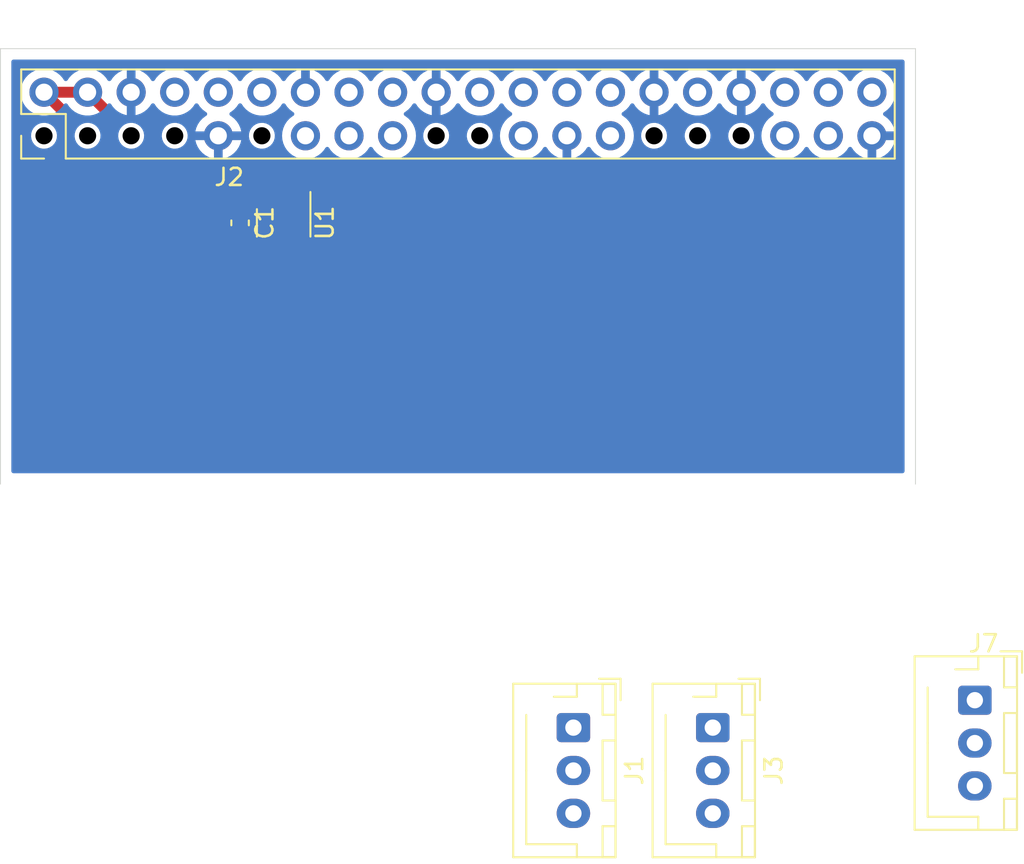
<source format=kicad_pcb>
(kicad_pcb (version 20221018) (generator pcbnew)
  (layers (0 "F.Cu" signal) (31 "B.Cu" signal) (34 "B.Paste" user) (35 "F.Paste" user) (36 "B.SilkS" user "B.Silkscreen") (37 "F.SilkS" user "F.Silkscreen") (38 "B.Mask" user) (39 "F.Mask" user) (44 "Edge.Cuts" user))
  (net 0 "")
  (net 1 "GND")
  (net 2 "+5V")
  (net 3 "/FAN_PWM")
  (net 5 "/LED_OUT")
  (net 22 "Net-(J3-Pin_2)")
  (net 23 "Net-(J7-Pin_2)")
  (footprint "Connector_JST:JST_XH_B3B-XH-AM_1x03_P2.50mm_Vertical" (layer "F.Cu") (at 33.4 14.2 -90)
    (fp_text reference "J1" (at 2.5 -3.55 -90) (layer "F.SilkS"))
    (fp_text value "Conn_01x03")
    (fp_line (start -2.85 -2.75) (end -2.85 -1.5) (stroke (width 0.12)) (layer "F.SilkS"))
    (fp_line (start -2.56 -2.46) (end -2.56 3.51) (stroke (width 0.12)) (layer "F.SilkS"))
    (fp_line (start -2.56 3.51) (end 7.56 3.51) (stroke (width 0.12)) (layer "F.SilkS"))
    (fp_line (start -2.55 -2.45) (end -2.55 -1.7) (stroke (width 0.12)) (layer "F.SilkS"))
    (fp_line (start -2.55 -1.7) (end -0.75 -1.7) (stroke (width 0.12)) (layer "F.SilkS"))
    (fp_line (start -2.55 -0.2) (end -1.8 -0.2) (stroke (width 0.12)) (layer "F.SilkS"))
    (fp_line (start -1.8 -0.2) (end -1.8 1.14) (stroke (width 0.12)) (layer "F.SilkS"))
    (fp_line (start -1.6 -2.75) (end -2.85 -2.75) (stroke (width 0.12)) (layer "F.SilkS"))
    (fp_line (start -0.75 -2.45) (end -2.55 -2.45) (stroke (width 0.12)) (layer "F.SilkS"))
    (fp_line (start -0.75 -1.7) (end -0.75 -2.45) (stroke (width 0.12)) (layer "F.SilkS"))
    (fp_line (start 0.75 -2.45) (end 0.75 -1.7) (stroke (width 0.12)) (layer "F.SilkS"))
    (fp_line (start 0.75 -1.7) (end 4.25 -1.7) (stroke (width 0.12)) (layer "F.SilkS"))
    (fp_line (start 2.5 2.75) (end -0.74 2.75) (stroke (width 0.12)) (layer "F.SilkS"))
    (fp_line (start 4.25 -2.45) (end 0.75 -2.45) (stroke (width 0.12)) (layer "F.SilkS"))
    (fp_line (start 4.25 -1.7) (end 4.25 -2.45) (stroke (width 0.12)) (layer "F.SilkS"))
    (fp_line (start 5.75 -2.45) (end 5.75 -1.7) (stroke (width 0.12)) (layer "F.SilkS"))
    (fp_line (start 5.75 -1.7) (end 7.55 -1.7) (stroke (width 0.12)) (layer "F.SilkS"))
    (fp_line (start 6.8 -0.2) (end 6.8 2.75) (stroke (width 0.12)) (layer "F.SilkS"))
    (fp_line (start 6.8 2.75) (end 2.5 2.75) (stroke (width 0.12)) (layer "F.SilkS"))
    (fp_line (start 7.55 -2.45) (end 5.75 -2.45) (stroke (width 0.12)) (layer "F.SilkS"))
    (fp_line (start 7.55 -1.7) (end 7.55 -2.45) (stroke (width 0.12)) (layer "F.SilkS"))
    (fp_line (start 7.55 -0.2) (end 6.8 -0.2) (stroke (width 0.12)) (layer "F.SilkS"))
    (fp_line (start 7.56 -2.46) (end -2.56 -2.46) (stroke (width 0.12)) (layer "F.SilkS"))
    (fp_line (start 7.56 3.51) (end 7.56 -2.46) (stroke (width 0.12)) (layer "F.SilkS"))
    (pad "" np_thru_hole circle (at -1.6 2 270) (size 1.2 1.2) (drill 1.2) (layers "*.Cu" "*.Mask"))
    (pad "1" thru_hole roundrect (at 0 0 270) (size 1.7 1.95) (drill 0.95) (layers "*.Cu" "*.Mask") (roundrect_rratio 0.147059) (net 1 "GND"))
    (pad "2" thru_hole oval (at 2.5 0 270) (size 1.7 1.95) (drill 0.95) (layers "*.Cu" "*.Mask") (net 3 "/FAN_PWM"))
    (pad "3" thru_hole oval (at 5 0 270) (size 1.7 1.95) (drill 0.95) (layers "*.Cu" "*.Mask") (net 2 "+5V"))
  )
  (footprint "Connector_PinHeader_2.54mm:PinHeader_2x20_P2.54mm_Vertical" (layer "F.Cu") (at 2.54 -20.32 90)
    (fp_text reference "J2" (at -2.413 10.795 180) (layer "F.SilkS"))
    (fp_text value "Raspberry_Pi_2_3")
    (fp_line (start -1.33 -1.33) (end 0 -1.33) (stroke (width 0.12)) (layer "F.SilkS"))
    (fp_line (start -1.33 0) (end -1.33 -1.33) (stroke (width 0.12)) (layer "F.SilkS"))
    (fp_line (start -1.33 1.27) (end -1.33 49.59) (stroke (width 0.12)) (layer "F.SilkS"))
    (fp_line (start -1.33 1.27) (end 1.27 1.27) (stroke (width 0.12)) (layer "F.SilkS"))
    (fp_line (start -1.33 49.59) (end 3.87 49.59) (stroke (width 0.12)) (layer "F.SilkS"))
    (fp_line (start 1.27 -1.33) (end 3.87 -1.33) (stroke (width 0.12)) (layer "F.SilkS"))
    (fp_line (start 1.27 1.27) (end 1.27 -1.33) (stroke (width 0.12)) (layer "F.SilkS"))
    (fp_line (start 3.87 -1.33) (end 3.87 49.59) (stroke (width 0.12)) (layer "F.SilkS"))
    (pad "" np_thru_hole rect (at 0 0 90) (size 1.7 1.7) (drill 1) (layers "Dwgs.User"))
    (pad "" np_thru_hole oval (at 0 2.54 90) (size 1.7 1.7) (drill 1) (layers "Dwgs.User"))
    (pad "" np_thru_hole oval (at 0 5.08 90) (size 1.7 1.7) (drill 1) (layers "Dwgs.User"))
    (pad "" np_thru_hole oval (at 0 7.62 90) (size 1.7 1.7) (drill 1) (layers "Dwgs.User"))
    (pad "" np_thru_hole oval (at 0 12.7 90) (size 1.7 1.7) (drill 1) (layers "Dwgs.User"))
    (pad "" np_thru_hole oval (at 0 22.86 90) (size 1.7 1.7) (drill 1) (layers "Dwgs.User"))
    (pad "" np_thru_hole oval (at 0 25.4 90) (size 1.7 1.7) (drill 1) (layers "Dwgs.User"))
    (pad "" np_thru_hole oval (at 0 35.56 90) (size 1.7 1.7) (drill 1) (layers "Dwgs.User"))
    (pad "" np_thru_hole oval (at 0 38.1 90) (size 1.7 1.7) (drill 1) (layers "Dwgs.User"))
    (pad "" np_thru_hole oval (at 0 40.64 90) (size 1.7 1.7) (drill 1) (layers "Dwgs.User"))
    (pad "2" thru_hole oval (at 2.54 0 90) (size 1.7 1.7) (drill 1) (layers "*.Cu" "*.Mask") (net 2 "+5V"))
    (pad "4" thru_hole oval (at 2.54 2.54 90) (size 1.7 1.7) (drill 1) (layers "*.Cu" "*.Mask") (net 2 "+5V"))
    (pad "6" thru_hole oval (at 2.54 5.08 90) (size 1.7 1.7) (drill 1) (layers "*.Cu" "*.Mask") (net 1 "GND"))
    (pad "8" thru_hole oval (at 2.54 7.62 90) (size 1.7 1.7) (drill 1) (layers "*.Cu" "*.Mask") (net 3 "/FAN_PWM"))
    (pad "9" thru_hole oval (at 0 10.16 90) (size 1.7 1.7) (drill 1) (layers "*.Cu" "*.Mask") (net 1 "GND"))
    (pad "10" thru_hole oval (at 2.54 10.16 90) (size 1.7 1.7) (drill 1) (layers "*.Cu" "*.Mask"))
    (pad "12" thru_hole oval (at 2.54 12.7 90) (size 1.7 1.7) (drill 1) (layers "*.Cu" "*.Mask") (net 5 "/LED_OUT"))
    (pad "13" thru_hole oval (at 0 15.24 90) (size 1.7 1.7) (drill 1) (layers "*.Cu" "*.Mask"))
    (pad "14" thru_hole oval (at 2.54 15.24 90) (size 1.7 1.7) (drill 1) (layers "*.Cu" "*.Mask") (net 1 "GND"))
    (pad "15" thru_hole oval (at 0 17.78 90) (size 1.7 1.7) (drill 1) (layers "*.Cu" "*.Mask"))
    (pad "16" thru_hole oval (at 2.54 17.78 90) (size 1.7 1.7) (drill 1) (layers "*.Cu" "*.Mask"))
    (pad "17" thru_hole oval (at 0 20.32 90) (size 1.7 1.7) (drill 1) (layers "*.Cu" "*.Mask"))
    (pad "18" thru_hole oval (at 2.54 20.32 90) (size 1.7 1.7) (drill 1) (layers "*.Cu" "*.Mask"))
    (pad "20" thru_hole oval (at 2.54 22.86 90) (size 1.7 1.7) (drill 1) (layers "*.Cu" "*.Mask") (net 1 "GND"))
    (pad "22" thru_hole oval (at 2.54 25.4 90) (size 1.7 1.7) (drill 1) (layers "*.Cu" "*.Mask"))
    (pad "23" thru_hole oval (at 0 27.94 90) (size 1.7 1.7) (drill 1) (layers "*.Cu" "*.Mask"))
    (pad "24" thru_hole oval (at 2.54 27.94 90) (size 1.7 1.7) (drill 1) (layers "*.Cu" "*.Mask"))
    (pad "25" thru_hole oval (at 0 30.48 90) (size 1.7 1.7) (drill 1) (layers "*.Cu" "*.Mask") (net 1 "GND"))
    (pad "26" thru_hole oval (at 2.54 30.48 90) (size 1.7 1.7) (drill 1) (layers "*.Cu" "*.Mask"))
    (pad "27" thru_hole oval (at 0 33.02 90) (size 1.7 1.7) (drill 1) (layers "*.Cu" "*.Mask"))
    (pad "28" thru_hole oval (at 2.54 33.02 90) (size 1.7 1.7) (drill 1) (layers "*.Cu" "*.Mask"))
    (pad "30" thru_hole oval (at 2.54 35.56 90) (size 1.7 1.7) (drill 1) (layers "*.Cu" "*.Mask") (net 1 "GND"))
    (pad "32" thru_hole oval (at 2.54 38.1 90) (size 1.7 1.7) (drill 1) (layers "*.Cu" "*.Mask"))
    (pad "34" thru_hole oval (at 2.54 40.64 90) (size 1.7 1.7) (drill 1) (layers "*.Cu" "*.Mask") (net 1 "GND"))
    (pad "35" thru_hole oval (at 0 43.18 90) (size 1.7 1.7) (drill 1) (layers "*.Cu" "*.Mask"))
    (pad "36" thru_hole oval (at 2.54 43.18 90) (size 1.7 1.7) (drill 1) (layers "*.Cu" "*.Mask"))
    (pad "37" thru_hole oval (at 0 45.72 90) (size 1.7 1.7) (drill 1) (layers "*.Cu" "*.Mask"))
    (pad "38" thru_hole oval (at 2.54 45.72 90) (size 1.7 1.7) (drill 1) (layers "*.Cu" "*.Mask"))
    (pad "39" thru_hole oval (at 0 48.26 90) (size 1.7 1.7) (drill 1) (layers "*.Cu" "*.Mask") (net 1 "GND"))
    (pad "40" thru_hole oval (at 2.54 48.26 90) (size 1.7 1.7) (drill 1) (layers "*.Cu" "*.Mask"))
  )
  (footprint "Connector_JST:JST_XH_B3B-XH-AM_1x03_P2.50mm_Vertical" (layer "F.Cu") (at 56.8 12.6 -90)
    (fp_text reference "J7" (at -3.302 -0.508 180) (layer "F.SilkS"))
    (fp_text value "Conn_01x03")
    (fp_line (start -2.85 -2.75) (end -2.85 -1.5) (stroke (width 0.12)) (layer "F.SilkS"))
    (fp_line (start -2.56 -2.46) (end -2.56 3.51) (stroke (width 0.12)) (layer "F.SilkS"))
    (fp_line (start -2.56 3.51) (end 7.56 3.51) (stroke (width 0.12)) (layer "F.SilkS"))
    (fp_line (start -2.55 -2.45) (end -2.55 -1.7) (stroke (width 0.12)) (layer "F.SilkS"))
    (fp_line (start -2.55 -1.7) (end -0.75 -1.7) (stroke (width 0.12)) (layer "F.SilkS"))
    (fp_line (start -2.55 -0.2) (end -1.8 -0.2) (stroke (width 0.12)) (layer "F.SilkS"))
    (fp_line (start -1.8 -0.2) (end -1.8 1.14) (stroke (width 0.12)) (layer "F.SilkS"))
    (fp_line (start -1.6 -2.75) (end -2.85 -2.75) (stroke (width 0.12)) (layer "F.SilkS"))
    (fp_line (start -0.75 -2.45) (end -2.55 -2.45) (stroke (width 0.12)) (layer "F.SilkS"))
    (fp_line (start -0.75 -1.7) (end -0.75 -2.45) (stroke (width 0.12)) (layer "F.SilkS"))
    (fp_line (start 0.75 -2.45) (end 0.75 -1.7) (stroke (width 0.12)) (layer "F.SilkS"))
    (fp_line (start 0.75 -1.7) (end 4.25 -1.7) (stroke (width 0.12)) (layer "F.SilkS"))
    (fp_line (start 2.5 2.75) (end -0.74 2.75) (stroke (width 0.12)) (layer "F.SilkS"))
    (fp_line (start 4.25 -2.45) (end 0.75 -2.45) (stroke (width 0.12)) (layer "F.SilkS"))
    (fp_line (start 4.25 -1.7) (end 4.25 -2.45) (stroke (width 0.12)) (layer "F.SilkS"))
    (fp_line (start 5.75 -2.45) (end 5.75 -1.7) (stroke (width 0.12)) (layer "F.SilkS"))
    (fp_line (start 5.75 -1.7) (end 7.55 -1.7) (stroke (width 0.12)) (layer "F.SilkS"))
    (fp_line (start 6.8 -0.2) (end 6.8 2.75) (stroke (width 0.12)) (layer "F.SilkS"))
    (fp_line (start 6.8 2.75) (end 2.5 2.75) (stroke (width 0.12)) (layer "F.SilkS"))
    (fp_line (start 7.55 -2.45) (end 5.75 -2.45) (stroke (width 0.12)) (layer "F.SilkS"))
    (fp_line (start 7.55 -1.7) (end 7.55 -2.45) (stroke (width 0.12)) (layer "F.SilkS"))
    (fp_line (start 7.55 -0.2) (end 6.8 -0.2) (stroke (width 0.12)) (layer "F.SilkS"))
    (fp_line (start 7.56 -2.46) (end -2.56 -2.46) (stroke (width 0.12)) (layer "F.SilkS"))
    (fp_line (start 7.56 3.51) (end 7.56 -2.46) (stroke (width 0.12)) (layer "F.SilkS"))
    (pad "" np_thru_hole circle (at -1.6 2 270) (size 1.2 1.2) (drill 1.2) (layers "*.Cu" "*.Mask"))
    (pad "1" thru_hole roundrect (at 0 0 270) (size 1.7 1.95) (drill 0.95) (layers "*.Cu" "*.Mask") (roundrect_rratio 0.1470588235) (net 1 "GND"))
    (pad "2" thru_hole oval (at 2.5 0 270) (size 1.7 1.95) (drill 0.95) (layers "*.Cu" "*.Mask") (net 23 "Net-(J7-Pin_2)"))
    (pad "3" thru_hole oval (at 5 0 270) (size 1.7 1.95) (drill 0.95) (layers "*.Cu" "*.Mask") (net 2 "+5V"))
  )
  (footprint "Package_TO_SOT_SMD:SOT-23-6" (layer "F.Cu") (at 16.51 -15.24 -90)
    (fp_text reference "U1" (at 0 -2.4 90) (layer "F.SilkS"))
    (fp_text value "74LVC2G17")
    (fp_line (start 0 -1.56) (end -1.8 -1.56) (stroke (width 0.12)) (layer "F.SilkS"))
    (fp_line (start 0 -1.56) (end 0.8 -1.56) (stroke (width 0.12)) (layer "F.SilkS"))
    (fp_line (start 0 1.56) (end -0.8 1.56) (stroke (width 0.12)) (layer "F.SilkS"))
    (fp_line (start 0 1.56) (end 0.8 1.56) (stroke (width 0.12)) (layer "F.SilkS"))
    (pad "1" smd roundrect (at -1.1375 -0.95 270) (size 1.325 0.6) (layers "F.Cu" "F.Paste" "F.Mask") (net 5 "/LED_OUT"))
    (pad "2" smd roundrect (at -1.1375 0 270) (size 1.325 0.6) (layers "F.Cu" "F.Paste" "F.Mask") (net 2 "+5V"))
    (pad "3" smd roundrect (at -1.1375 0.95 270) (size 1.325 0.6) (layers "F.Cu" "F.Paste" "F.Mask") (net 5 "/LED_OUT"))
    (pad "4" smd roundrect (at 1.1375 0.95 270) (size 1.325 0.6) (layers "F.Cu" "F.Paste" "F.Mask") (net 23 "Net-(J7-Pin_2)"))
    (pad "5" smd roundrect (at 1.1375 0 270) (size 1.325 0.6) (layers "F.Cu" "F.Paste" "F.Mask") (net 1 "GND"))
    (pad "6" smd roundrect (at 1.1375 -0.95 270) (size 1.325 0.6) (layers "F.Cu" "F.Paste" "F.Mask") (net 22 "Net-(J3-Pin_2)"))
  )
  (footprint "Capacitor_SMD:C_0603_1608Metric" (layer "F.Cu") (at 13.97 -15.24 -90)
    (fp_text reference "C1" (at 0 -1.43 90) (layer "F.SilkS"))
    (fp_text value "C_Small")
    (fp_line (start -0.14058 -0.51) (end 0.14058 -0.51) (stroke (width 0.12)) (layer "F.SilkS"))
    (fp_line (start -0.14058 0.51) (end 0.14058 0.51) (stroke (width 0.12)) (layer "F.SilkS"))
    (pad "1" smd roundrect (at -0.775 0 270) (size 0.9 0.95) (layers "F.Cu" "F.Paste" "F.Mask") (net 2 "+5V"))
    (pad "2" smd roundrect (at 0.775 0 270) (size 0.9 0.95) (layers "F.Cu" "F.Paste" "F.Mask") (net 1 "GND"))
  )
  (footprint "Connector_JST:JST_XH_B3B-XH-AM_1x03_P2.50mm_Vertical" (layer "F.Cu") (at 41.525 14.2 -90)
    (fp_text reference "J3" (at 2.5 -3.55 90) (layer "F.SilkS"))
    (fp_text value "Conn_01x03")
    (fp_line (start -2.85 -2.75) (end -2.85 -1.5) (stroke (width 0.12)) (layer "F.SilkS"))
    (fp_line (start -2.56 -2.46) (end -2.56 3.51) (stroke (width 0.12)) (layer "F.SilkS"))
    (fp_line (start -2.56 3.51) (end 7.56 3.51) (stroke (width 0.12)) (layer "F.SilkS"))
    (fp_line (start -2.55 -2.45) (end -2.55 -1.7) (stroke (width 0.12)) (layer "F.SilkS"))
    (fp_line (start -2.55 -1.7) (end -0.75 -1.7) (stroke (width 0.12)) (layer "F.SilkS"))
    (fp_line (start -2.55 -0.2) (end -1.8 -0.2) (stroke (width 0.12)) (layer "F.SilkS"))
    (fp_line (start -1.8 -0.2) (end -1.8 1.14) (stroke (width 0.12)) (layer "F.SilkS"))
    (fp_line (start -1.6 -2.75) (end -2.85 -2.75) (stroke (width 0.12)) (layer "F.SilkS"))
    (fp_line (start -0.75 -2.45) (end -2.55 -2.45) (stroke (width 0.12)) (layer "F.SilkS"))
    (fp_line (start -0.75 -1.7) (end -0.75 -2.45) (stroke (width 0.12)) (layer "F.SilkS"))
    (fp_line (start 0.75 -2.45) (end 0.75 -1.7) (stroke (width 0.12)) (layer "F.SilkS"))
    (fp_line (start 0.75 -1.7) (end 4.25 -1.7) (stroke (width 0.12)) (layer "F.SilkS"))
    (fp_line (start 2.5 2.75) (end -0.74 2.75) (stroke (width 0.12)) (layer "F.SilkS"))
    (fp_line (start 4.25 -2.45) (end 0.75 -2.45) (stroke (width 0.12)) (layer "F.SilkS"))
    (fp_line (start 4.25 -1.7) (end 4.25 -2.45) (stroke (width 0.12)) (layer "F.SilkS"))
    (fp_line (start 5.75 -2.45) (end 5.75 -1.7) (stroke (width 0.12)) (layer "F.SilkS"))
    (fp_line (start 5.75 -1.7) (end 7.55 -1.7) (stroke (width 0.12)) (layer "F.SilkS"))
    (fp_line (start 6.8 -0.2) (end 6.8 2.75) (stroke (width 0.12)) (layer "F.SilkS"))
    (fp_line (start 6.8 2.75) (end 2.5 2.75) (stroke (width 0.12)) (layer "F.SilkS"))
    (fp_line (start 7.55 -2.45) (end 5.75 -2.45) (stroke (width 0.12)) (layer "F.SilkS"))
    (fp_line (start 7.55 -1.7) (end 7.55 -2.45) (stroke (width 0.12)) (layer "F.SilkS"))
    (fp_line (start 7.55 -0.2) (end 6.8 -0.2) (stroke (width 0.12)) (layer "F.SilkS"))
    (fp_line (start 7.56 -2.46) (end -2.56 -2.46) (stroke (width 0.12)) (layer "F.SilkS"))
    (fp_line (start 7.56 3.51) (end 7.56 -2.46) (stroke (width 0.12)) (layer "F.SilkS"))
    (pad "" np_thru_hole circle (at -1.6 2 270) (size 1.2 1.2) (drill 1.2) (layers "*.Cu" "*.Mask"))
    (pad "1" thru_hole roundrect (at 0 0 270) (size 1.7 1.95) (drill 0.95) (layers "*.Cu" "*.Mask") (roundrect_rratio 0.147059) (net 1 "GND"))
    (pad "2" thru_hole oval (at 2.5 0 270) (size 1.7 1.95) (drill 0.95) (layers "*.Cu" "*.Mask") (net 22 "Net-(J3-Pin_2)"))
    (pad "3" thru_hole oval (at 5 0 270) (size 1.7 1.95) (drill 0.95) (layers "*.Cu" "*.Mask") (net 2 "+5V"))
  )
  (gr_line (start 53.34 -25.4) (end 0 -25.4) (stroke (width 0.05)) (layer "Edge.Cuts"))
  (gr_line (start 53.34 0) (end 53.34 -25.4) (stroke (width 0.05)) (layer "Edge.Cuts"))
  (gr_line (start 0 -25.4) (end 0 0) (stroke (width 0.05)) (layer "Edge.Cuts"))
  (segment (start 2.54 -22.86) (end 3.81 -21.59) (width 0.635) (layer "F.Cu") (net 2))
  (segment (start 3.81 -21.59) (end 3.81 -18.415) (width 0.635) (layer "F.Cu") (net 2))
  (segment (start 2.54 -22.86) (end 5.08 -22.86) (width 0.635) (layer "F.Cu") (net 2))
  (segment (start 6.35 -19.685) (end 6.35 -18.415) (width 0.635) (layer "F.Cu") (net 2))
  (segment (start 6.35 -21.59) (end 6.35 -19.685) (width 0.635) (layer "F.Cu") (net 2))
  (segment (start 5.08 -22.86) (end 6.35 -21.59) (width 0.635) (layer "F.Cu") (net 2))
  (zone (net 1) (net_name "GND") (layer "B.Cu") (connect_pads (clearance 0.508)) (min_thickness 0.254) (fill yes (thermal_gap 0.508) (thermal_bridge_width 0.508))
    (polygon (pts (xy 52.705 -0.635) (xy 0.635 -0.635) (xy 0.635 -24.765) (xy 52.705 -24.765)))
  )
)
</source>
